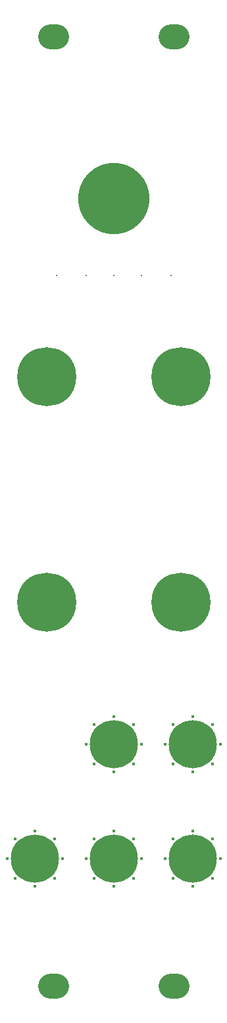
<source format=gbr>
%TF.GenerationSoftware,KiCad,Pcbnew,5.0.2-bee76a0~70~ubuntu18.04.1*%
%TF.CreationDate,2019-05-07T20:11:10+10:00*%
%TF.ProjectId,minimoog_panel,6d696e69-6d6f-46f6-975f-70616e656c2e,rev?*%
%TF.SameCoordinates,Original*%
%TF.FileFunction,Plated,1,2,PTH,Mixed*%
%TF.FilePolarity,Positive*%
%FSLAX46Y46*%
G04 Gerber Fmt 4.6, Leading zero omitted, Abs format (unit mm)*
G04 Created by KiCad (PCBNEW 5.0.2-bee76a0~70~ubuntu18.04.1) date Tue 07 May 2019 20:11:10 AEST*
%MOMM*%
%LPD*%
G01*
G04 APERTURE LIST*
%TA.AperFunction,ViaDrill*%
%ADD10C,0.300000*%
%TD*%
%TA.AperFunction,ComponentDrill*%
%ADD11C,0.400000*%
%TD*%
%TA.AperFunction,Slot*%
%ADD12C,3.200000*%
%TD*%
%TA.AperFunction,ComponentDrill*%
%ADD13C,6.200000*%
%TD*%
%TA.AperFunction,ComponentDrill*%
%ADD14C,7.600000*%
%TD*%
%TA.AperFunction,ComponentDrill*%
%ADD15C,9.200000*%
%TD*%
G04 APERTURE END LIST*
D10*
X132334000Y-53975000D03*
X136144000Y-53975000D03*
X139700000Y-53975000D03*
X143256000Y-53975000D03*
X147066000Y-53975000D03*
D11*
%TO.C,In 1*%
X146304000Y-114300000D03*
X147320000Y-111760000D03*
X147320000Y-116840000D03*
X149860000Y-110744000D03*
X149860000Y-117856000D03*
X152400000Y-111760000D03*
X152400000Y-116840000D03*
X153416000Y-114300000D03*
%TO.C,CV 2*%
X136144000Y-129032000D03*
X137160000Y-126492000D03*
X137160000Y-131572000D03*
X139700000Y-125476000D03*
X139700000Y-132588000D03*
X142240000Y-126492000D03*
X142240000Y-131572000D03*
X143256000Y-129032000D03*
%TO.C,Out*%
X125984000Y-129032000D03*
X127000000Y-126492000D03*
X127000000Y-131572000D03*
X129540000Y-125476000D03*
X129540000Y-132588000D03*
X132080000Y-126492000D03*
X132080000Y-131572000D03*
X133096000Y-129032000D03*
%TO.C,CV 1*%
X146304000Y-129032000D03*
X147320000Y-126492000D03*
X147320000Y-131572000D03*
X149860000Y-125476000D03*
X149860000Y-132588000D03*
X152400000Y-126492000D03*
X152400000Y-131572000D03*
X153416000Y-129032000D03*
%TO.C,In 1*%
X136144000Y-114300000D03*
X137160000Y-111760000D03*
X137160000Y-116840000D03*
X139700000Y-110744000D03*
X139700000Y-117856000D03*
X142240000Y-111760000D03*
X142240000Y-116840000D03*
X143256000Y-114300000D03*
D12*
%TO.C,REF\002A\002A*%
X147900000Y-23218000D02*
X147100000Y-23218000D01*
X147900000Y-145468000D02*
X147100000Y-145468000D01*
X132400000Y-145468000D02*
X131600000Y-145468000D01*
X132400000Y-23218000D02*
X131600000Y-23218000D01*
D13*
%TO.C,CV 2*%
X139700000Y-129032000D03*
%TO.C,Out*%
X129540000Y-129032000D03*
%TO.C,CV 1*%
X149860000Y-129032000D03*
%TO.C,In 1*%
X139700000Y-114300000D03*
X149860000Y-114300000D03*
D14*
X148336000Y-96012000D03*
%TO.C,CV 1*%
X148336000Y-66992500D03*
%TO.C,In 2*%
X131064000Y-96012000D03*
%TO.C,Emphasis*%
X131064000Y-66992500D03*
D15*
%TO.C,Cutoff*%
X139700000Y-44005500D03*
M02*

</source>
